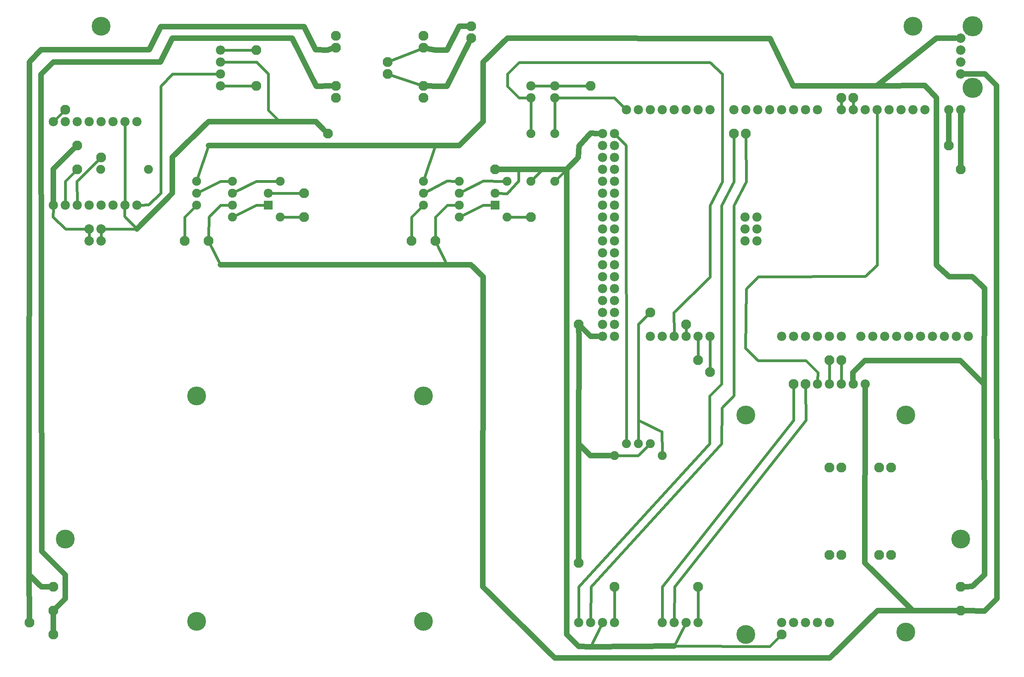
<source format=gbl>
G04 MADE WITH FRITZING*
G04 WWW.FRITZING.ORG*
G04 DOUBLE SIDED*
G04 HOLES PLATED*
G04 CONTOUR ON CENTER OF CONTOUR VECTOR*
%ASAXBY*%
%FSLAX23Y23*%
%MOIN*%
%OFA0B0*%
%SFA1.0B1.0*%
%ADD10C,0.079370*%
%ADD11C,0.078000*%
%ADD12C,0.083307*%
%ADD13C,0.169291*%
%ADD14C,0.158110*%
%ADD15C,0.075000*%
%ADD16C,0.075667*%
%ADD17C,0.075695*%
%ADD18R,0.075667X0.075667*%
%ADD19C,0.024000*%
%ADD20C,0.048000*%
%LNCOPPER0*%
G90*
G70*
G54D10*
X710Y3572D03*
X610Y3572D03*
X710Y3672D03*
X610Y3672D03*
G54D11*
X6810Y372D03*
X6710Y372D03*
X6610Y372D03*
X6510Y372D03*
X6410Y372D03*
X5710Y372D03*
X5610Y372D03*
X5510Y372D03*
X5410Y372D03*
G54D12*
X6910Y2572D03*
X4810Y4872D03*
X3110Y5072D03*
X3110Y4972D03*
X2010Y5172D03*
X2010Y4872D03*
X4710Y872D03*
X3810Y5372D03*
X4710Y2872D03*
X6810Y2572D03*
X3810Y5272D03*
G54D13*
X8010Y5372D03*
G54D12*
X7010Y4772D03*
X6910Y4772D03*
X5310Y2972D03*
X5810Y2472D03*
X5610Y2872D03*
X5710Y2572D03*
X6510Y2372D03*
X6410Y272D03*
X5710Y672D03*
X310Y272D03*
X110Y372D03*
X5010Y672D03*
G54D13*
X8010Y4854D03*
G54D10*
X7910Y4972D03*
X7910Y5072D03*
X7910Y5172D03*
X7910Y5272D03*
G54D12*
X7910Y672D03*
X7910Y472D03*
X310Y672D03*
X310Y472D03*
X6910Y937D03*
X6810Y937D03*
X2676Y5191D03*
X2676Y5291D03*
X7329Y937D03*
X7229Y937D03*
X2676Y4772D03*
X2676Y4872D03*
X6910Y1672D03*
X6810Y1672D03*
X3410Y5191D03*
X3410Y5291D03*
X7329Y1672D03*
X7229Y1672D03*
X3410Y4772D03*
X3410Y4872D03*
G54D11*
X5010Y372D03*
X4910Y372D03*
X4810Y372D03*
X4710Y372D03*
X1710Y5172D03*
X1710Y5072D03*
X1710Y4972D03*
X1710Y4872D03*
X310Y3872D03*
X410Y3872D03*
X510Y3872D03*
X610Y3872D03*
X710Y3872D03*
X810Y3872D03*
X910Y3872D03*
X1010Y3872D03*
X310Y4572D03*
X410Y4572D03*
X510Y4572D03*
X610Y4572D03*
X710Y4572D03*
X810Y4572D03*
X910Y4572D03*
X1010Y4572D03*
X5810Y2772D03*
X5710Y2772D03*
X5610Y2772D03*
X5510Y2772D03*
X5410Y2772D03*
X5310Y2772D03*
X6910Y2772D03*
X6810Y2772D03*
X6710Y2772D03*
X6610Y2772D03*
X6510Y2772D03*
X6410Y2772D03*
X7973Y2772D03*
X7873Y2772D03*
X7773Y2772D03*
X7673Y2772D03*
X7573Y2772D03*
X7473Y2772D03*
X7373Y2772D03*
X7273Y2772D03*
X7173Y2772D03*
X7073Y2772D03*
X5810Y4672D03*
X5710Y4672D03*
X5610Y4672D03*
X5510Y4672D03*
X5410Y4672D03*
X5310Y4672D03*
X5210Y4672D03*
X5110Y4672D03*
X6710Y4672D03*
X6610Y4672D03*
X6510Y4672D03*
X6410Y4672D03*
X6310Y4672D03*
X6210Y4672D03*
X6110Y4672D03*
X6010Y4672D03*
X5010Y4472D03*
X5010Y4372D03*
X5010Y4272D03*
X5010Y4172D03*
X5010Y4072D03*
X5010Y3972D03*
X5010Y3872D03*
X5010Y3772D03*
X5010Y3672D03*
X5010Y3572D03*
X5010Y3472D03*
X5010Y3372D03*
X5010Y3272D03*
X5010Y3172D03*
X5010Y3072D03*
X5010Y2972D03*
X5010Y2872D03*
X5010Y2772D03*
X4910Y4472D03*
X4910Y4372D03*
X4910Y4272D03*
X4910Y4172D03*
X4910Y4072D03*
X4910Y3972D03*
X4910Y3872D03*
X4910Y3772D03*
X4910Y3672D03*
X4910Y3572D03*
X4910Y3472D03*
X4910Y3372D03*
X4910Y3272D03*
X4910Y3172D03*
X4910Y3072D03*
X4910Y2972D03*
X4910Y2872D03*
X4910Y2772D03*
X7610Y4672D03*
X7510Y4672D03*
X7410Y4672D03*
X7310Y4672D03*
X7210Y4672D03*
X7110Y4672D03*
X7010Y4672D03*
X6910Y4672D03*
X7910Y4672D03*
X7810Y4672D03*
G54D14*
X6110Y272D03*
X6110Y2112D03*
X7451Y291D03*
G54D11*
X6103Y3772D03*
X6103Y3672D03*
X6103Y3572D03*
X6103Y3772D03*
X6103Y3672D03*
X6103Y3572D03*
X6203Y3572D03*
X6203Y3672D03*
X6203Y3772D03*
G54D14*
X7451Y2112D03*
X3410Y380D03*
X3410Y2272D03*
G54D15*
X4310Y4072D03*
X4310Y4472D03*
X4510Y4072D03*
X4510Y4472D03*
G54D11*
X4310Y4872D03*
X4310Y4772D03*
X4510Y4872D03*
X4510Y4772D03*
G54D12*
X6010Y4472D03*
X7910Y4172D03*
X7810Y4372D03*
X6110Y4472D03*
X510Y4372D03*
X710Y4272D03*
X510Y4172D03*
X6610Y2372D03*
X3510Y3572D03*
X3310Y3572D03*
G54D15*
X5310Y1872D03*
X5210Y1872D03*
X5110Y1872D03*
X3410Y3872D03*
X3410Y3972D03*
X3410Y4072D03*
G54D16*
X4010Y3872D03*
X3711Y3872D03*
G54D17*
X4010Y3972D03*
X3710Y3972D03*
G54D15*
X3710Y4072D03*
X4110Y4072D03*
X3710Y3772D03*
X4110Y3772D03*
X706Y4171D03*
X1106Y4171D03*
G54D14*
X1510Y380D03*
X710Y5372D03*
X7910Y1072D03*
X410Y1072D03*
X7510Y5372D03*
X1510Y2272D03*
G54D12*
X1610Y3572D03*
X1410Y3572D03*
G54D15*
X1510Y3872D03*
X1510Y3972D03*
X1510Y4072D03*
G54D16*
X2110Y3872D03*
X1811Y3872D03*
G54D17*
X2110Y3972D03*
X1810Y3972D03*
G54D15*
X1810Y4072D03*
X2210Y4072D03*
X5010Y1772D03*
X5410Y1772D03*
X1810Y3772D03*
X2210Y3772D03*
G54D12*
X2410Y3972D03*
X410Y4672D03*
X2610Y4472D03*
X4010Y4172D03*
X4310Y3772D03*
X2410Y3772D03*
G54D11*
X6710Y2372D03*
X6810Y2372D03*
X6910Y2372D03*
X7010Y2372D03*
X7110Y2372D03*
G54D18*
X4010Y3872D03*
X2110Y3872D03*
G54D19*
X1010Y3671D02*
X741Y3672D01*
D02*
X413Y3671D02*
X579Y3672D01*
D02*
X610Y3599D02*
X610Y3645D01*
D02*
X710Y3599D02*
X710Y3645D01*
G54D20*
D02*
X7810Y4416D02*
X7810Y4631D01*
G54D19*
D02*
X6910Y4739D02*
X6910Y4702D01*
D02*
X7010Y4739D02*
X7010Y4702D01*
D02*
X5710Y2605D02*
X5710Y2742D01*
D02*
X5810Y2505D02*
X5810Y2742D01*
D02*
X5610Y2839D02*
X5610Y2802D01*
D02*
X5106Y4372D02*
X5110Y1900D01*
D02*
X5031Y4450D02*
X5106Y4372D01*
D02*
X5210Y2876D02*
X5287Y2949D01*
D02*
X5210Y2068D02*
X5210Y2876D01*
D02*
X387Y4649D02*
X331Y4593D01*
G54D20*
D02*
X7910Y4631D02*
X7910Y4216D01*
G54D19*
D02*
X906Y3777D02*
X909Y3842D01*
D02*
X1010Y3671D02*
X906Y3777D01*
G54D20*
D02*
X108Y770D02*
X110Y416D01*
D02*
X310Y316D02*
X310Y428D01*
G54D19*
D02*
X6312Y173D02*
X6387Y248D01*
D02*
X5511Y175D02*
X6312Y173D01*
D02*
X4208Y4074D02*
X4110Y3969D01*
D02*
X4110Y3969D02*
X4038Y3971D01*
D02*
X4208Y4172D02*
X4208Y4074D01*
D02*
X5210Y1900D02*
X5210Y2068D01*
D02*
X5408Y1973D02*
X5410Y1800D01*
D02*
X5210Y2068D02*
X5408Y1973D01*
G54D20*
D02*
X4808Y1773D02*
X4970Y1772D01*
D02*
X4711Y1870D02*
X4808Y1773D01*
G54D19*
D02*
X5208Y1773D02*
X5290Y1852D01*
D02*
X5039Y1772D02*
X5208Y1773D01*
D02*
X7212Y3369D02*
X7111Y3274D01*
D02*
X7111Y3274D02*
X6213Y3270D01*
D02*
X7210Y4642D02*
X7212Y3369D01*
D02*
X6213Y3270D02*
X6113Y3169D01*
D02*
X6614Y2568D02*
X6714Y2468D01*
D02*
X6109Y2671D02*
X6213Y2568D01*
D02*
X6714Y2468D02*
X6711Y2402D01*
D02*
X6213Y2568D02*
X6614Y2568D01*
D02*
X6113Y3169D02*
X6109Y2671D01*
D02*
X4510Y4500D02*
X4510Y4742D01*
D02*
X5511Y175D02*
X5597Y345D01*
D02*
X4812Y169D02*
X4897Y345D01*
D02*
X4409Y4173D02*
X4330Y4092D01*
D02*
X4310Y4500D02*
X4310Y4742D01*
D02*
X4280Y4772D02*
X4210Y4772D01*
G54D20*
D02*
X8210Y4874D02*
X8113Y4970D01*
D02*
X8113Y4970D02*
X7952Y4972D01*
D02*
X8210Y3273D02*
X8210Y4874D01*
D02*
X8214Y572D02*
X8210Y3273D01*
D02*
X8111Y469D02*
X8214Y572D01*
D02*
X7954Y471D02*
X8111Y469D01*
D02*
X7510Y473D02*
X7107Y873D01*
D02*
X7866Y472D02*
X7510Y473D01*
D02*
X7908Y2568D02*
X7107Y2568D01*
D02*
X8109Y2368D02*
X7908Y2568D01*
D02*
X7107Y2568D02*
X7007Y2468D01*
D02*
X7007Y2468D02*
X7009Y2413D01*
D02*
X8109Y2368D02*
X8111Y770D01*
D02*
X8112Y3174D02*
X8109Y2368D01*
D02*
X8111Y770D02*
X8008Y674D01*
D02*
X8008Y674D02*
X7954Y673D01*
D02*
X7813Y3272D02*
X8008Y3272D01*
D02*
X8008Y3272D02*
X8112Y3174D01*
D02*
X7709Y4773D02*
X7709Y3369D01*
D02*
X7709Y3369D02*
X7813Y3272D01*
D02*
X7612Y4874D02*
X7709Y4773D01*
G54D19*
D02*
X5089Y4693D02*
X5010Y4772D01*
D02*
X5410Y672D02*
X6511Y2069D01*
D02*
X910Y4542D02*
X910Y3902D01*
D02*
X6511Y2069D02*
X6510Y2339D01*
G54D20*
D02*
X2608Y5173D02*
X2507Y5175D01*
D02*
X2633Y5180D02*
X2608Y5173D01*
D02*
X2507Y5175D02*
X2410Y5369D01*
D02*
X2410Y5369D02*
X1210Y5369D01*
D02*
X1113Y5175D02*
X207Y5175D01*
D02*
X207Y5175D02*
X112Y5072D01*
D02*
X1210Y5369D02*
X1113Y5175D01*
D02*
X112Y5072D02*
X108Y770D01*
G54D19*
D02*
X6614Y2069D02*
X5513Y672D01*
G54D20*
D02*
X211Y673D02*
X266Y672D01*
D02*
X108Y770D02*
X211Y673D01*
G54D19*
D02*
X6610Y2339D02*
X6614Y2069D01*
G54D20*
D02*
X2514Y4868D02*
X2312Y5272D01*
D02*
X1308Y5272D02*
X1208Y5072D01*
D02*
X2312Y5272D02*
X1308Y5272D01*
D02*
X2632Y4871D02*
X2514Y4868D01*
D02*
X310Y5072D02*
X207Y4969D01*
D02*
X207Y4969D02*
X213Y969D01*
D02*
X1208Y5072D02*
X310Y5072D01*
G54D19*
D02*
X5909Y1871D02*
X5909Y1871D01*
D02*
X6114Y4068D02*
X6110Y4439D01*
D02*
X6010Y3868D02*
X6114Y4068D01*
D02*
X6010Y2276D02*
X6010Y3868D01*
D02*
X5912Y2173D02*
X6010Y2276D01*
D02*
X5909Y1871D02*
X5912Y2173D01*
G54D20*
D02*
X213Y969D02*
X410Y772D01*
G54D19*
D02*
X4814Y672D02*
X5909Y1871D01*
G54D20*
D02*
X410Y572D02*
X341Y503D01*
D02*
X410Y772D02*
X410Y572D01*
G54D19*
D02*
X4710Y402D02*
X4711Y672D01*
D02*
X4777Y4872D02*
X4540Y4872D01*
D02*
X6010Y4068D02*
X6010Y4439D01*
D02*
X5906Y3868D02*
X6010Y4068D01*
D02*
X5906Y2372D02*
X5906Y3868D01*
D02*
X5807Y2271D02*
X5906Y2372D01*
D02*
X5807Y1871D02*
X5807Y2271D01*
G54D20*
D02*
X3512Y4869D02*
X3454Y4871D01*
D02*
X3609Y4869D02*
X3512Y4869D01*
D02*
X3791Y5233D02*
X3609Y4869D01*
D02*
X3512Y5173D02*
X3453Y5183D01*
D02*
X3609Y5173D02*
X3512Y5173D01*
D02*
X3766Y5372D02*
X3712Y5372D01*
D02*
X3712Y5372D02*
X3609Y5173D01*
D02*
X4811Y4474D02*
X4869Y4473D01*
D02*
X4713Y4368D02*
X4811Y4474D01*
D02*
X4709Y4272D02*
X4713Y4368D01*
D02*
X4810Y2772D02*
X4869Y2772D01*
D02*
X4741Y2841D02*
X4810Y2772D01*
G54D19*
D02*
X1309Y4972D02*
X1212Y4869D01*
D02*
X1680Y4972D02*
X1309Y4972D01*
D02*
X1212Y4869D02*
X1212Y3971D01*
D02*
X1212Y3971D02*
X1109Y3874D01*
G54D20*
D02*
X310Y4174D02*
X479Y4341D01*
D02*
X310Y3913D02*
X310Y4174D01*
G54D19*
D02*
X487Y4148D02*
X412Y4071D01*
D02*
X412Y4071D02*
X410Y3902D01*
D02*
X687Y4249D02*
X506Y4071D01*
D02*
X506Y4071D02*
X510Y3902D01*
G54D20*
D02*
X4610Y272D02*
X4610Y4172D01*
D02*
X4710Y172D02*
X4610Y272D01*
D02*
X4812Y169D02*
X4710Y172D01*
D02*
X4812Y169D02*
X5511Y175D01*
D02*
X4711Y1870D02*
X4710Y916D01*
D02*
X4714Y2772D02*
X4711Y1870D01*
D02*
X4712Y2828D02*
X4714Y2772D01*
G54D19*
D02*
X3141Y4961D02*
X3379Y4882D01*
D02*
X3141Y5084D02*
X3380Y5179D01*
D02*
X3312Y3771D02*
X3310Y3605D01*
D02*
X3390Y3851D02*
X3312Y3771D01*
D02*
X3511Y3770D02*
X3510Y3605D01*
D02*
X3612Y3873D02*
X3511Y3770D01*
D02*
X3683Y3872D02*
X3612Y3873D01*
D02*
X3736Y3785D02*
X3911Y3873D01*
D02*
X3911Y3873D02*
X3982Y3872D01*
D02*
X3912Y4074D02*
X3735Y3984D01*
D02*
X4081Y4072D02*
X3912Y4074D01*
D02*
X3609Y4074D02*
X3436Y3985D01*
D02*
X3682Y4072D02*
X3609Y4074D01*
D02*
X308Y3770D02*
X310Y3842D01*
D02*
X413Y3671D02*
X308Y3770D01*
G54D20*
D02*
X7708Y5273D02*
X7868Y5272D01*
D02*
X7208Y4873D02*
X7708Y5273D01*
D02*
X7612Y4874D02*
X7208Y4873D01*
G54D19*
D02*
X6910Y2402D02*
X6910Y2539D01*
D02*
X6810Y2402D02*
X6810Y2539D01*
D02*
X5710Y639D02*
X5710Y402D01*
D02*
X5010Y639D02*
X5010Y402D01*
G54D20*
D02*
X6508Y4873D02*
X6812Y4873D01*
D02*
X6313Y5269D02*
X6508Y4873D01*
D02*
X4113Y5270D02*
X6313Y5269D01*
D02*
X6812Y4873D02*
X7208Y4873D01*
G54D19*
D02*
X1977Y5172D02*
X1740Y5172D01*
D02*
X1977Y4872D02*
X1740Y4872D01*
D02*
X1109Y3874D02*
X1040Y3872D01*
D02*
X1412Y3771D02*
X1410Y3605D01*
D02*
X1490Y3851D02*
X1412Y3771D01*
D02*
X1613Y3770D02*
X1611Y3605D01*
D02*
X1712Y3873D02*
X1613Y3770D01*
D02*
X1783Y3872D02*
X1712Y3873D01*
D02*
X1836Y3785D02*
X2011Y3873D01*
D02*
X2011Y3873D02*
X2082Y3872D01*
D02*
X2011Y4071D02*
X1835Y3984D01*
D02*
X2181Y4072D02*
X2011Y4071D01*
D02*
X1712Y4071D02*
X1536Y3984D01*
D02*
X1781Y4071D02*
X1712Y4071D01*
D02*
X2377Y3772D02*
X2239Y3772D01*
D02*
X4277Y3772D02*
X4139Y3772D01*
G54D20*
D02*
X4208Y4172D02*
X4054Y4172D01*
D02*
X4409Y4173D02*
X4208Y4172D01*
D02*
X4610Y4172D02*
X4409Y4173D01*
D02*
X4610Y4172D02*
X4709Y4272D01*
G54D19*
D02*
X4610Y4172D02*
X4530Y4092D01*
G54D20*
D02*
X3912Y4572D02*
X3912Y5070D01*
D02*
X3912Y5070D02*
X4113Y5270D01*
D02*
X3712Y4372D02*
X3912Y4572D01*
D02*
X3512Y4372D02*
X3712Y4372D01*
D02*
X3512Y4372D02*
X1612Y4372D01*
G54D19*
D02*
X1612Y4372D02*
X1519Y4099D01*
D02*
X3512Y4372D02*
X3419Y4099D01*
G54D20*
D02*
X2511Y4572D02*
X2579Y4503D01*
D02*
X2207Y4572D02*
X2511Y4572D01*
D02*
X1813Y4572D02*
X2207Y4572D01*
D02*
X1612Y4572D02*
X1813Y4572D01*
D02*
X1309Y4274D02*
X1612Y4572D01*
D02*
X1309Y3971D02*
X1309Y4274D01*
D02*
X1010Y3671D02*
X1309Y3971D01*
G54D19*
D02*
X4711Y672D02*
X5807Y1871D01*
D02*
X5513Y672D02*
X5510Y402D01*
D02*
X5410Y672D02*
X5410Y402D01*
D02*
X4814Y672D02*
X4810Y402D01*
G54D20*
D02*
X3609Y3370D02*
X1710Y3370D01*
D02*
X3912Y3273D02*
X3809Y3370D01*
D02*
X3809Y3370D02*
X3609Y3370D01*
D02*
X3908Y670D02*
X3912Y3273D01*
D02*
X4512Y74D02*
X3908Y670D01*
D02*
X6815Y74D02*
X4512Y74D01*
D02*
X7213Y473D02*
X6815Y74D01*
D02*
X7510Y473D02*
X7213Y473D01*
G54D19*
D02*
X2377Y3972D02*
X2138Y3972D01*
D02*
X2110Y4972D02*
X2013Y5070D01*
D02*
X2110Y4669D02*
X2110Y4972D01*
D02*
X2207Y4572D02*
X2110Y4669D01*
D02*
X2013Y5070D02*
X1740Y5072D01*
D02*
X3609Y3370D02*
X3525Y3542D01*
D02*
X1710Y3370D02*
X1625Y3542D01*
D02*
X4480Y4872D02*
X4340Y4872D01*
D02*
X4210Y5068D02*
X5810Y5068D01*
D02*
X4114Y4972D02*
X4210Y5068D01*
D02*
X5810Y5068D02*
X5914Y4972D01*
D02*
X5914Y4068D02*
X5810Y3868D01*
D02*
X5810Y3868D02*
X5810Y3268D01*
D02*
X5914Y4972D02*
X5914Y4068D01*
D02*
X5810Y3268D02*
X5506Y2972D01*
D02*
X5506Y2972D02*
X5510Y2802D01*
D02*
X4113Y4869D02*
X4114Y4972D01*
D02*
X4210Y4772D02*
X4113Y4869D01*
D02*
X5010Y4772D02*
X4540Y4772D01*
G54D20*
D02*
X7107Y873D02*
X7110Y2331D01*
G04 End of Copper0*
M02*
</source>
